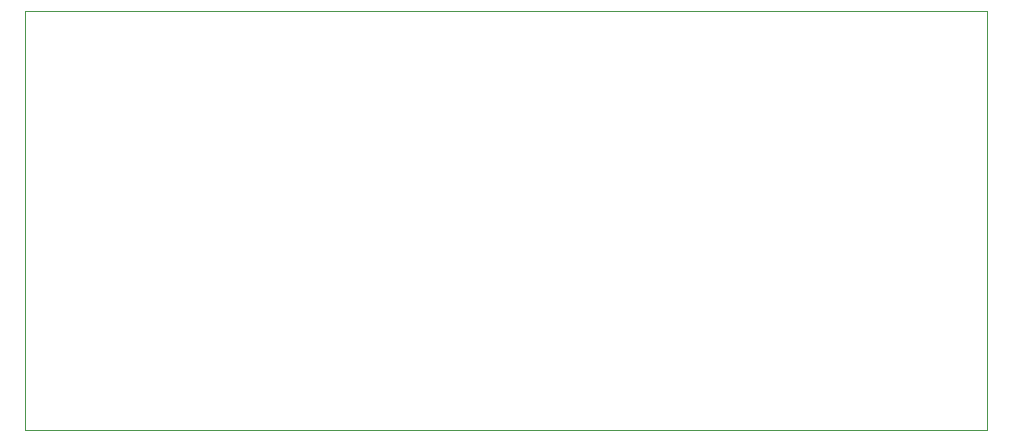
<source format=gbr>
%TF.GenerationSoftware,KiCad,Pcbnew,7.0.6*%
%TF.CreationDate,2023-08-28T17:19:07-05:00*%
%TF.ProjectId,TFPX_croc_stencil_1x2,54465058-5f63-4726-9f63-5f7374656e63,rev?*%
%TF.SameCoordinates,Original*%
%TF.FileFunction,Profile,NP*%
%FSLAX46Y46*%
G04 Gerber Fmt 4.6, Leading zero omitted, Abs format (unit mm)*
G04 Created by KiCad (PCBNEW 7.0.6) date 2023-08-28 17:19:07*
%MOMM*%
%LPD*%
G01*
G04 APERTURE LIST*
%TA.AperFunction,Profile*%
%ADD10C,0.100000*%
%TD*%
G04 APERTURE END LIST*
D10*
X102540000Y-82470000D02*
X184020000Y-82470000D01*
X184020000Y-117950000D01*
X102540000Y-117950000D01*
X102540000Y-82470000D01*
M02*

</source>
